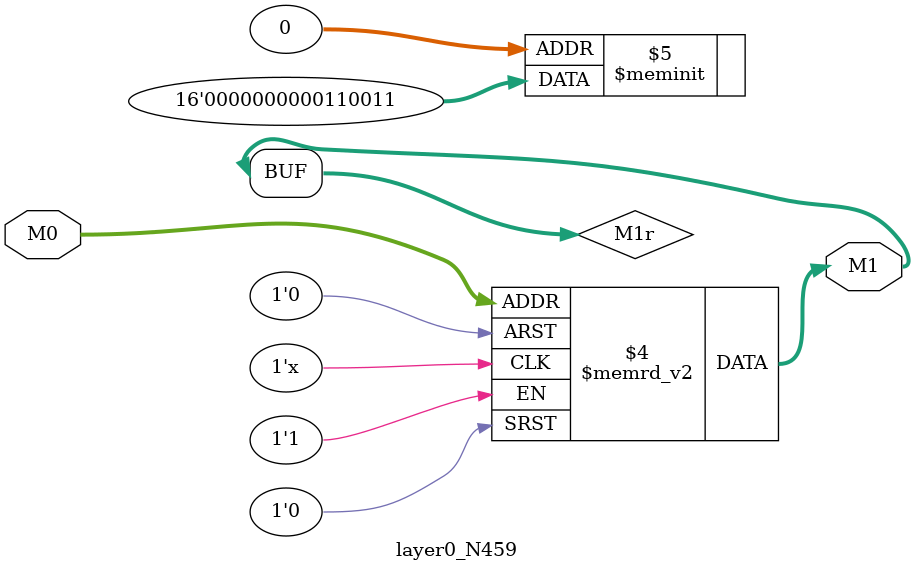
<source format=v>
module layer0_N459 ( input [2:0] M0, output [1:0] M1 );

	(*rom_style = "distributed" *) reg [1:0] M1r;
	assign M1 = M1r;
	always @ (M0) begin
		case (M0)
			3'b000: M1r = 2'b11;
			3'b100: M1r = 2'b00;
			3'b010: M1r = 2'b11;
			3'b110: M1r = 2'b00;
			3'b001: M1r = 2'b00;
			3'b101: M1r = 2'b00;
			3'b011: M1r = 2'b00;
			3'b111: M1r = 2'b00;

		endcase
	end
endmodule

</source>
